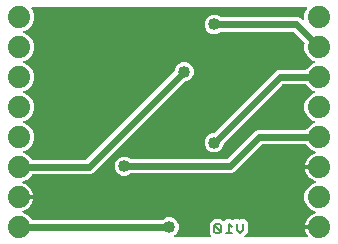
<source format=gbr>
G04 EAGLE Gerber RS-274X export*
G75*
%MOMM*%
%FSLAX34Y34*%
%LPD*%
%INBottom Copper*%
%IPPOS*%
%AMOC8*
5,1,8,0,0,1.08239X$1,22.5*%
G01*
%ADD10C,0.203200*%
%ADD11C,1.879600*%
%ADD12C,1.016000*%
%ADD13C,0.609600*%

G36*
X174537Y4069D02*
X174537Y4069D01*
X174566Y4066D01*
X174677Y4089D01*
X174790Y4105D01*
X174816Y4117D01*
X174845Y4122D01*
X174946Y4175D01*
X175049Y4221D01*
X175071Y4240D01*
X175097Y4253D01*
X175180Y4331D01*
X175266Y4404D01*
X175282Y4429D01*
X175304Y4449D01*
X175361Y4547D01*
X175424Y4641D01*
X175432Y4669D01*
X175447Y4694D01*
X175475Y4804D01*
X175509Y4912D01*
X175510Y4941D01*
X175517Y4970D01*
X175514Y5083D01*
X175517Y5196D01*
X175509Y5225D01*
X175508Y5254D01*
X175473Y5362D01*
X175445Y5471D01*
X175430Y5497D01*
X175421Y5525D01*
X175375Y5589D01*
X175300Y5716D01*
X175254Y5759D01*
X175226Y5798D01*
X175044Y5980D01*
X173986Y7038D01*
X173986Y15829D01*
X176664Y18507D01*
X177722Y19566D01*
X183801Y19566D01*
X185400Y17968D01*
X185446Y17932D01*
X185487Y17890D01*
X185559Y17847D01*
X185627Y17797D01*
X185681Y17776D01*
X185732Y17746D01*
X185814Y17725D01*
X185892Y17695D01*
X185951Y17691D01*
X186007Y17676D01*
X186092Y17679D01*
X186176Y17672D01*
X186233Y17683D01*
X186291Y17685D01*
X186372Y17711D01*
X186454Y17728D01*
X186506Y17755D01*
X186562Y17773D01*
X186618Y17813D01*
X186707Y17859D01*
X186779Y17927D01*
X186835Y17968D01*
X187221Y18354D01*
X188434Y19566D01*
X191801Y19566D01*
X192721Y18645D01*
X192768Y18610D01*
X192808Y18568D01*
X192881Y18525D01*
X192948Y18475D01*
X193003Y18454D01*
X193053Y18424D01*
X193135Y18403D01*
X193214Y18373D01*
X193272Y18368D01*
X193329Y18354D01*
X193413Y18357D01*
X193497Y18350D01*
X193554Y18361D01*
X193613Y18363D01*
X193693Y18389D01*
X193776Y18406D01*
X193828Y18433D01*
X193884Y18451D01*
X193940Y18491D01*
X194028Y18537D01*
X194101Y18605D01*
X194157Y18645D01*
X195077Y19566D01*
X198444Y19566D01*
X198754Y19256D01*
X198801Y19220D01*
X198841Y19178D01*
X198914Y19135D01*
X198982Y19085D01*
X199036Y19064D01*
X199087Y19034D01*
X199168Y19013D01*
X199247Y18983D01*
X199306Y18979D01*
X199362Y18964D01*
X199447Y18967D01*
X199531Y18960D01*
X199588Y18971D01*
X199646Y18973D01*
X199727Y18999D01*
X199809Y19016D01*
X199861Y19043D01*
X199917Y19061D01*
X199973Y19101D01*
X200062Y19147D01*
X200134Y19215D01*
X200190Y19256D01*
X200500Y19566D01*
X203868Y19566D01*
X206249Y17185D01*
X206249Y8394D01*
X203653Y5798D01*
X203635Y5774D01*
X203613Y5755D01*
X203550Y5661D01*
X203482Y5571D01*
X203471Y5543D01*
X203455Y5519D01*
X203421Y5411D01*
X203381Y5305D01*
X203378Y5276D01*
X203369Y5248D01*
X203366Y5134D01*
X203357Y5022D01*
X203363Y4993D01*
X203362Y4964D01*
X203391Y4854D01*
X203413Y4743D01*
X203426Y4717D01*
X203434Y4689D01*
X203492Y4591D01*
X203544Y4491D01*
X203564Y4469D01*
X203579Y4444D01*
X203662Y4367D01*
X203740Y4285D01*
X203765Y4270D01*
X203786Y4250D01*
X203887Y4198D01*
X203985Y4141D01*
X204013Y4134D01*
X204039Y4120D01*
X204117Y4107D01*
X204260Y4071D01*
X204323Y4073D01*
X204371Y4065D01*
X256224Y4065D01*
X256315Y4078D01*
X256407Y4081D01*
X256456Y4097D01*
X256506Y4105D01*
X256590Y4142D01*
X256677Y4171D01*
X256719Y4200D01*
X256765Y4221D01*
X256835Y4280D01*
X256911Y4332D01*
X256943Y4372D01*
X256982Y4404D01*
X257033Y4481D01*
X257092Y4552D01*
X257112Y4599D01*
X257140Y4641D01*
X257168Y4729D01*
X257204Y4813D01*
X257210Y4864D01*
X257226Y4912D01*
X257228Y5004D01*
X257239Y5095D01*
X257232Y5146D01*
X257233Y5196D01*
X257210Y5285D01*
X257195Y5376D01*
X257175Y5416D01*
X257161Y5471D01*
X257080Y5608D01*
X257046Y5677D01*
X256489Y6443D01*
X255636Y8117D01*
X255055Y9904D01*
X254934Y10669D01*
X265684Y10669D01*
X265742Y10677D01*
X265800Y10675D01*
X265882Y10697D01*
X265965Y10709D01*
X266019Y10733D01*
X266075Y10747D01*
X266148Y10790D01*
X266225Y10825D01*
X266269Y10863D01*
X266320Y10893D01*
X266377Y10954D01*
X266442Y11009D01*
X266474Y11057D01*
X266514Y11100D01*
X266553Y11175D01*
X266599Y11245D01*
X266617Y11301D01*
X266644Y11353D01*
X266655Y11421D01*
X266685Y11516D01*
X266688Y11616D01*
X266699Y11684D01*
X266699Y13716D01*
X266691Y13774D01*
X266692Y13832D01*
X266671Y13914D01*
X266659Y13997D01*
X266635Y14051D01*
X266621Y14107D01*
X266578Y14180D01*
X266543Y14257D01*
X266505Y14302D01*
X266475Y14352D01*
X266414Y14410D01*
X266359Y14474D01*
X266311Y14506D01*
X266268Y14546D01*
X266193Y14585D01*
X266123Y14631D01*
X266067Y14649D01*
X266015Y14676D01*
X265947Y14687D01*
X265852Y14717D01*
X265752Y14720D01*
X265684Y14731D01*
X254934Y14731D01*
X255055Y15496D01*
X255636Y17283D01*
X256489Y18957D01*
X257594Y20478D01*
X258922Y21806D01*
X260443Y22911D01*
X262117Y23764D01*
X263237Y24128D01*
X263299Y24158D01*
X263365Y24179D01*
X263426Y24220D01*
X263492Y24253D01*
X263543Y24299D01*
X263601Y24338D01*
X263648Y24394D01*
X263703Y24443D01*
X263739Y24502D01*
X263784Y24555D01*
X263814Y24622D01*
X263852Y24685D01*
X263871Y24752D01*
X263899Y24815D01*
X263909Y24888D01*
X263929Y24959D01*
X263929Y25028D01*
X263938Y25096D01*
X263928Y25169D01*
X263927Y25243D01*
X263907Y25310D01*
X263897Y25378D01*
X263867Y25445D01*
X263846Y25516D01*
X263809Y25574D01*
X263780Y25637D01*
X263733Y25693D01*
X263693Y25755D01*
X263641Y25801D01*
X263596Y25853D01*
X263543Y25886D01*
X263479Y25943D01*
X263375Y25992D01*
X263311Y26031D01*
X259649Y27548D01*
X256148Y31049D01*
X254253Y35624D01*
X254253Y40576D01*
X256148Y45151D01*
X259649Y48652D01*
X263311Y50169D01*
X263371Y50204D01*
X263435Y50230D01*
X263493Y50276D01*
X263556Y50313D01*
X263604Y50363D01*
X263658Y50406D01*
X263701Y50466D01*
X263751Y50520D01*
X263783Y50581D01*
X263823Y50638D01*
X263848Y50707D01*
X263882Y50773D01*
X263895Y50840D01*
X263918Y50906D01*
X263922Y50979D01*
X263937Y51052D01*
X263931Y51120D01*
X263935Y51189D01*
X263919Y51261D01*
X263912Y51335D01*
X263887Y51399D01*
X263872Y51467D01*
X263837Y51531D01*
X263810Y51600D01*
X263768Y51655D01*
X263735Y51716D01*
X263683Y51768D01*
X263639Y51827D01*
X263583Y51868D01*
X263534Y51917D01*
X263479Y51946D01*
X263411Y51997D01*
X263303Y52038D01*
X263237Y52072D01*
X262117Y52436D01*
X260443Y53289D01*
X258922Y54394D01*
X257594Y55722D01*
X256489Y57243D01*
X255636Y58917D01*
X255055Y60704D01*
X254934Y61469D01*
X265684Y61469D01*
X265742Y61477D01*
X265800Y61475D01*
X265882Y61497D01*
X265965Y61509D01*
X266019Y61533D01*
X266075Y61547D01*
X266148Y61590D01*
X266225Y61625D01*
X266269Y61663D01*
X266320Y61693D01*
X266377Y61754D01*
X266442Y61809D01*
X266474Y61857D01*
X266514Y61900D01*
X266553Y61975D01*
X266599Y62045D01*
X266617Y62101D01*
X266644Y62153D01*
X266655Y62221D01*
X266685Y62316D01*
X266688Y62416D01*
X266699Y62484D01*
X266699Y64516D01*
X266691Y64574D01*
X266692Y64632D01*
X266671Y64714D01*
X266659Y64797D01*
X266635Y64851D01*
X266621Y64907D01*
X266578Y64980D01*
X266543Y65057D01*
X266505Y65102D01*
X266475Y65152D01*
X266414Y65210D01*
X266359Y65274D01*
X266311Y65306D01*
X266268Y65346D01*
X266193Y65385D01*
X266123Y65431D01*
X266067Y65449D01*
X266015Y65476D01*
X265947Y65487D01*
X265852Y65517D01*
X265752Y65520D01*
X265684Y65531D01*
X254934Y65531D01*
X255055Y66296D01*
X255636Y68083D01*
X256489Y69757D01*
X257594Y71278D01*
X258922Y72606D01*
X260443Y73711D01*
X262117Y74564D01*
X263237Y74928D01*
X263299Y74958D01*
X263365Y74979D01*
X263426Y75020D01*
X263492Y75053D01*
X263543Y75099D01*
X263601Y75138D01*
X263648Y75194D01*
X263703Y75243D01*
X263739Y75302D01*
X263784Y75355D01*
X263814Y75423D01*
X263853Y75485D01*
X263871Y75552D01*
X263899Y75615D01*
X263909Y75688D01*
X263929Y75759D01*
X263929Y75828D01*
X263938Y75897D01*
X263928Y75970D01*
X263927Y76043D01*
X263907Y76109D01*
X263898Y76178D01*
X263867Y76245D01*
X263846Y76316D01*
X263809Y76374D01*
X263780Y76437D01*
X263733Y76493D01*
X263693Y76555D01*
X263641Y76601D01*
X263596Y76653D01*
X263543Y76686D01*
X263479Y76743D01*
X263375Y76792D01*
X263311Y76831D01*
X259649Y78348D01*
X256148Y81849D01*
X256013Y82177D01*
X256012Y82178D01*
X256011Y82179D01*
X255941Y82298D01*
X255868Y82421D01*
X255867Y82422D01*
X255866Y82424D01*
X255762Y82521D01*
X255661Y82617D01*
X255660Y82617D01*
X255659Y82618D01*
X255533Y82683D01*
X255409Y82747D01*
X255407Y82747D01*
X255406Y82748D01*
X255391Y82750D01*
X255130Y82802D01*
X255099Y82799D01*
X255075Y82803D01*
X218846Y82803D01*
X218759Y82791D01*
X218672Y82788D01*
X218619Y82771D01*
X218564Y82763D01*
X218485Y82728D01*
X218401Y82701D01*
X218362Y82673D01*
X218305Y82647D01*
X218192Y82551D01*
X218128Y82506D01*
X194754Y59131D01*
X192513Y58203D01*
X107420Y58203D01*
X107333Y58191D01*
X107246Y58188D01*
X107193Y58171D01*
X107138Y58163D01*
X107058Y58128D01*
X106975Y58101D01*
X106936Y58073D01*
X106879Y58047D01*
X106765Y57951D01*
X106702Y57906D01*
X106205Y57409D01*
X103217Y56171D01*
X99983Y56171D01*
X96995Y57409D01*
X94709Y59695D01*
X93471Y62683D01*
X93471Y65917D01*
X94709Y68905D01*
X96995Y71191D01*
X99983Y72429D01*
X103217Y72429D01*
X106205Y71191D01*
X106702Y70694D01*
X106771Y70642D01*
X106835Y70582D01*
X106885Y70556D01*
X106929Y70523D01*
X107011Y70492D01*
X107089Y70452D01*
X107136Y70444D01*
X107195Y70422D01*
X107342Y70410D01*
X107420Y70397D01*
X188354Y70397D01*
X188441Y70409D01*
X188528Y70412D01*
X188581Y70429D01*
X188636Y70437D01*
X188715Y70472D01*
X188799Y70499D01*
X188838Y70527D01*
X188895Y70553D01*
X189008Y70649D01*
X189072Y70694D01*
X212446Y94069D01*
X214687Y94997D01*
X255075Y94997D01*
X255076Y94997D01*
X255078Y94997D01*
X255218Y95017D01*
X255356Y95037D01*
X255358Y95037D01*
X255359Y95037D01*
X255485Y95094D01*
X255616Y95153D01*
X255617Y95154D01*
X255618Y95155D01*
X255725Y95246D01*
X255833Y95336D01*
X255834Y95338D01*
X255835Y95339D01*
X255843Y95352D01*
X255990Y95573D01*
X255999Y95602D01*
X256013Y95623D01*
X256148Y95951D01*
X259649Y99452D01*
X262571Y100662D01*
X262596Y100677D01*
X262624Y100686D01*
X262719Y100749D01*
X262816Y100807D01*
X262836Y100828D01*
X262861Y100844D01*
X262934Y100931D01*
X263011Y101013D01*
X263025Y101039D01*
X263044Y101062D01*
X263090Y101165D01*
X263141Y101266D01*
X263147Y101295D01*
X263159Y101322D01*
X263175Y101434D01*
X263196Y101545D01*
X263194Y101574D01*
X263198Y101603D01*
X263182Y101715D01*
X263172Y101828D01*
X263161Y101855D01*
X263157Y101885D01*
X263111Y101988D01*
X263070Y102093D01*
X263052Y102117D01*
X263040Y102144D01*
X262967Y102230D01*
X262898Y102320D01*
X262875Y102338D01*
X262856Y102360D01*
X262789Y102402D01*
X262671Y102490D01*
X262612Y102512D01*
X262571Y102538D01*
X259649Y103748D01*
X256148Y107249D01*
X254253Y111824D01*
X254253Y116776D01*
X256148Y121351D01*
X259649Y124852D01*
X262571Y126062D01*
X262596Y126077D01*
X262624Y126086D01*
X262719Y126149D01*
X262816Y126207D01*
X262836Y126228D01*
X262861Y126244D01*
X262934Y126331D01*
X263011Y126413D01*
X263025Y126439D01*
X263044Y126462D01*
X263090Y126565D01*
X263141Y126666D01*
X263147Y126695D01*
X263159Y126722D01*
X263175Y126834D01*
X263196Y126945D01*
X263194Y126974D01*
X263198Y127003D01*
X263182Y127115D01*
X263172Y127228D01*
X263161Y127255D01*
X263157Y127285D01*
X263111Y127388D01*
X263070Y127493D01*
X263052Y127517D01*
X263040Y127544D01*
X262967Y127630D01*
X262898Y127720D01*
X262875Y127738D01*
X262856Y127760D01*
X262789Y127802D01*
X262671Y127890D01*
X262612Y127912D01*
X262571Y127938D01*
X259649Y129148D01*
X256148Y132649D01*
X256013Y132977D01*
X256012Y132978D01*
X256011Y132979D01*
X255941Y133098D01*
X255868Y133221D01*
X255867Y133222D01*
X255866Y133224D01*
X255762Y133321D01*
X255661Y133417D01*
X255660Y133417D01*
X255659Y133418D01*
X255533Y133483D01*
X255409Y133547D01*
X255407Y133547D01*
X255406Y133548D01*
X255391Y133550D01*
X255130Y133602D01*
X255099Y133599D01*
X255075Y133603D01*
X236146Y133603D01*
X236059Y133591D01*
X235972Y133588D01*
X235919Y133571D01*
X235864Y133563D01*
X235785Y133528D01*
X235701Y133501D01*
X235662Y133473D01*
X235605Y133447D01*
X235492Y133351D01*
X235428Y133306D01*
X186226Y84104D01*
X186174Y84034D01*
X186114Y83970D01*
X186088Y83921D01*
X186055Y83877D01*
X186024Y83795D01*
X185984Y83717D01*
X185976Y83670D01*
X185954Y83611D01*
X185942Y83463D01*
X185929Y83386D01*
X185929Y82683D01*
X184691Y79695D01*
X182405Y77409D01*
X179417Y76171D01*
X176183Y76171D01*
X173195Y77409D01*
X170909Y79695D01*
X169671Y82683D01*
X169671Y85917D01*
X170909Y88905D01*
X173195Y91191D01*
X176183Y92429D01*
X176886Y92429D01*
X176973Y92441D01*
X177060Y92444D01*
X177113Y92461D01*
X177168Y92469D01*
X177247Y92504D01*
X177331Y92531D01*
X177370Y92559D01*
X177427Y92585D01*
X177540Y92681D01*
X177604Y92726D01*
X229746Y144869D01*
X231987Y145797D01*
X255075Y145797D01*
X255076Y145797D01*
X255078Y145797D01*
X255218Y145817D01*
X255356Y145837D01*
X255358Y145837D01*
X255359Y145837D01*
X255485Y145894D01*
X255616Y145953D01*
X255617Y145954D01*
X255618Y145955D01*
X255723Y146044D01*
X255833Y146136D01*
X255834Y146138D01*
X255835Y146139D01*
X255843Y146152D01*
X255990Y146373D01*
X255999Y146402D01*
X256013Y146423D01*
X256148Y146751D01*
X259649Y150252D01*
X262571Y151462D01*
X262596Y151477D01*
X262624Y151486D01*
X262719Y151549D01*
X262816Y151607D01*
X262836Y151628D01*
X262861Y151644D01*
X262934Y151731D01*
X263011Y151813D01*
X263025Y151839D01*
X263044Y151862D01*
X263090Y151965D01*
X263141Y152066D01*
X263147Y152095D01*
X263159Y152122D01*
X263175Y152234D01*
X263196Y152345D01*
X263194Y152374D01*
X263198Y152403D01*
X263182Y152515D01*
X263172Y152628D01*
X263161Y152655D01*
X263157Y152685D01*
X263111Y152788D01*
X263070Y152893D01*
X263052Y152917D01*
X263040Y152944D01*
X262967Y153030D01*
X262898Y153120D01*
X262875Y153138D01*
X262856Y153160D01*
X262789Y153202D01*
X262671Y153290D01*
X262612Y153312D01*
X262571Y153338D01*
X259649Y154548D01*
X256148Y158049D01*
X254253Y162624D01*
X254253Y167576D01*
X254389Y167903D01*
X254389Y167904D01*
X254390Y167906D01*
X254424Y168039D01*
X254460Y168178D01*
X254460Y168180D01*
X254460Y168181D01*
X254456Y168319D01*
X254452Y168462D01*
X254451Y168464D01*
X254451Y168465D01*
X254408Y168600D01*
X254365Y168733D01*
X254364Y168734D01*
X254364Y168736D01*
X254355Y168748D01*
X254207Y168969D01*
X254183Y168989D01*
X254169Y169009D01*
X245272Y177906D01*
X245202Y177958D01*
X245138Y178018D01*
X245089Y178044D01*
X245045Y178077D01*
X244963Y178108D01*
X244885Y178148D01*
X244838Y178156D01*
X244779Y178178D01*
X244631Y178190D01*
X244554Y178203D01*
X183620Y178203D01*
X183533Y178191D01*
X183446Y178188D01*
X183393Y178171D01*
X183338Y178163D01*
X183258Y178128D01*
X183175Y178101D01*
X183136Y178073D01*
X183079Y178047D01*
X182965Y177951D01*
X182902Y177906D01*
X182405Y177409D01*
X179417Y176171D01*
X176183Y176171D01*
X173195Y177409D01*
X170909Y179695D01*
X169671Y182683D01*
X169671Y185917D01*
X170909Y188905D01*
X173195Y191191D01*
X176183Y192429D01*
X179417Y192429D01*
X182405Y191191D01*
X182902Y190694D01*
X182971Y190642D01*
X183035Y190582D01*
X183085Y190556D01*
X183129Y190523D01*
X183211Y190492D01*
X183289Y190452D01*
X183336Y190444D01*
X183395Y190422D01*
X183542Y190410D01*
X183620Y190397D01*
X248713Y190397D01*
X250954Y189469D01*
X252520Y187902D01*
X252544Y187884D01*
X252563Y187862D01*
X252657Y187799D01*
X252747Y187731D01*
X252775Y187721D01*
X252799Y187704D01*
X252907Y187670D01*
X253013Y187630D01*
X253042Y187627D01*
X253070Y187619D01*
X253184Y187616D01*
X253296Y187606D01*
X253325Y187612D01*
X253354Y187611D01*
X253464Y187640D01*
X253575Y187662D01*
X253601Y187676D01*
X253629Y187683D01*
X253727Y187741D01*
X253827Y187793D01*
X253849Y187813D01*
X253874Y187828D01*
X253951Y187911D01*
X254033Y187989D01*
X254048Y188014D01*
X254068Y188036D01*
X254120Y188136D01*
X254177Y188234D01*
X254184Y188263D01*
X254198Y188289D01*
X254211Y188366D01*
X254247Y188510D01*
X254245Y188572D01*
X254253Y188620D01*
X254253Y192976D01*
X256223Y197731D01*
X256252Y197843D01*
X256286Y197952D01*
X256287Y197980D01*
X256294Y198007D01*
X256291Y198121D01*
X256294Y198236D01*
X256287Y198263D01*
X256286Y198291D01*
X256251Y198400D01*
X256222Y198511D01*
X256208Y198535D01*
X256199Y198562D01*
X256135Y198657D01*
X256077Y198756D01*
X256056Y198775D01*
X256041Y198798D01*
X255953Y198872D01*
X255869Y198950D01*
X255845Y198963D01*
X255823Y198981D01*
X255719Y199027D01*
X255616Y199080D01*
X255592Y199084D01*
X255564Y199096D01*
X255300Y199133D01*
X255285Y199135D01*
X24115Y199135D01*
X24001Y199119D01*
X23887Y199109D01*
X23861Y199099D01*
X23833Y199095D01*
X23728Y199048D01*
X23621Y199007D01*
X23599Y198991D01*
X23574Y198979D01*
X23486Y198905D01*
X23395Y198836D01*
X23378Y198813D01*
X23357Y198796D01*
X23293Y198700D01*
X23224Y198608D01*
X23215Y198582D01*
X23199Y198559D01*
X23165Y198449D01*
X23124Y198342D01*
X23122Y198314D01*
X23114Y198288D01*
X23111Y198173D01*
X23101Y198059D01*
X23107Y198034D01*
X23106Y198004D01*
X23173Y197747D01*
X23177Y197731D01*
X25147Y192976D01*
X25147Y188024D01*
X23252Y183449D01*
X19751Y179948D01*
X16829Y178738D01*
X16804Y178723D01*
X16776Y178714D01*
X16681Y178651D01*
X16584Y178593D01*
X16564Y178572D01*
X16539Y178556D01*
X16466Y178469D01*
X16389Y178387D01*
X16375Y178361D01*
X16356Y178338D01*
X16310Y178235D01*
X16259Y178134D01*
X16253Y178105D01*
X16241Y178078D01*
X16225Y177966D01*
X16204Y177855D01*
X16206Y177826D01*
X16202Y177797D01*
X16218Y177685D01*
X16228Y177572D01*
X16239Y177545D01*
X16243Y177516D01*
X16289Y177412D01*
X16330Y177307D01*
X16348Y177283D01*
X16360Y177256D01*
X16433Y177170D01*
X16502Y177080D01*
X16525Y177062D01*
X16544Y177040D01*
X16611Y176998D01*
X16729Y176910D01*
X16788Y176888D01*
X16829Y176862D01*
X19751Y175652D01*
X23252Y172151D01*
X25147Y167576D01*
X25147Y162624D01*
X23252Y158049D01*
X19751Y154548D01*
X16829Y153338D01*
X16804Y153323D01*
X16776Y153314D01*
X16681Y153251D01*
X16584Y153193D01*
X16564Y153172D01*
X16539Y153156D01*
X16466Y153069D01*
X16389Y152987D01*
X16375Y152961D01*
X16356Y152938D01*
X16310Y152835D01*
X16259Y152734D01*
X16253Y152705D01*
X16241Y152678D01*
X16225Y152566D01*
X16204Y152455D01*
X16206Y152426D01*
X16202Y152397D01*
X16218Y152285D01*
X16228Y152172D01*
X16239Y152145D01*
X16243Y152116D01*
X16289Y152012D01*
X16330Y151907D01*
X16348Y151883D01*
X16360Y151856D01*
X16433Y151770D01*
X16502Y151680D01*
X16525Y151662D01*
X16544Y151640D01*
X16611Y151598D01*
X16729Y151510D01*
X16788Y151488D01*
X16829Y151462D01*
X19751Y150252D01*
X23252Y146751D01*
X25147Y142176D01*
X25147Y137224D01*
X23252Y132649D01*
X19751Y129148D01*
X16829Y127938D01*
X16804Y127923D01*
X16776Y127914D01*
X16681Y127851D01*
X16584Y127793D01*
X16564Y127772D01*
X16539Y127756D01*
X16466Y127669D01*
X16389Y127587D01*
X16375Y127561D01*
X16356Y127538D01*
X16310Y127435D01*
X16259Y127334D01*
X16253Y127305D01*
X16241Y127278D01*
X16225Y127166D01*
X16204Y127055D01*
X16206Y127026D01*
X16202Y126997D01*
X16218Y126885D01*
X16228Y126772D01*
X16239Y126745D01*
X16243Y126716D01*
X16289Y126612D01*
X16330Y126507D01*
X16348Y126483D01*
X16360Y126456D01*
X16433Y126370D01*
X16502Y126280D01*
X16525Y126262D01*
X16544Y126240D01*
X16611Y126198D01*
X16729Y126110D01*
X16788Y126088D01*
X16829Y126062D01*
X19751Y124852D01*
X23252Y121351D01*
X25147Y116776D01*
X25147Y111824D01*
X23252Y107249D01*
X19751Y103748D01*
X16829Y102538D01*
X16804Y102523D01*
X16776Y102514D01*
X16681Y102451D01*
X16584Y102393D01*
X16564Y102372D01*
X16539Y102356D01*
X16466Y102269D01*
X16389Y102187D01*
X16375Y102161D01*
X16356Y102138D01*
X16310Y102035D01*
X16259Y101934D01*
X16253Y101905D01*
X16241Y101878D01*
X16225Y101766D01*
X16204Y101655D01*
X16206Y101626D01*
X16202Y101597D01*
X16218Y101485D01*
X16228Y101372D01*
X16239Y101345D01*
X16243Y101316D01*
X16289Y101212D01*
X16330Y101107D01*
X16348Y101083D01*
X16360Y101056D01*
X16433Y100970D01*
X16502Y100880D01*
X16525Y100862D01*
X16544Y100840D01*
X16611Y100798D01*
X16729Y100710D01*
X16788Y100688D01*
X16829Y100662D01*
X19751Y99452D01*
X23252Y95951D01*
X25147Y91376D01*
X25147Y86424D01*
X23252Y81849D01*
X19751Y78348D01*
X16829Y77138D01*
X16804Y77123D01*
X16776Y77114D01*
X16681Y77051D01*
X16584Y76993D01*
X16564Y76972D01*
X16539Y76956D01*
X16466Y76869D01*
X16389Y76787D01*
X16375Y76761D01*
X16356Y76738D01*
X16310Y76635D01*
X16259Y76534D01*
X16253Y76505D01*
X16241Y76478D01*
X16225Y76366D01*
X16204Y76255D01*
X16206Y76226D01*
X16202Y76197D01*
X16218Y76085D01*
X16228Y75972D01*
X16239Y75945D01*
X16243Y75916D01*
X16289Y75812D01*
X16330Y75707D01*
X16348Y75683D01*
X16360Y75656D01*
X16433Y75570D01*
X16502Y75480D01*
X16525Y75462D01*
X16544Y75440D01*
X16611Y75398D01*
X16729Y75310D01*
X16788Y75288D01*
X16829Y75262D01*
X19751Y74052D01*
X23252Y70551D01*
X23387Y70223D01*
X23388Y70222D01*
X23389Y70221D01*
X23462Y70097D01*
X23532Y69979D01*
X23533Y69978D01*
X23534Y69976D01*
X23638Y69879D01*
X23739Y69783D01*
X23740Y69783D01*
X23741Y69782D01*
X23869Y69716D01*
X23991Y69653D01*
X23993Y69653D01*
X23994Y69652D01*
X24009Y69650D01*
X24270Y69598D01*
X24301Y69601D01*
X24325Y69597D01*
X68654Y69597D01*
X68741Y69609D01*
X68828Y69612D01*
X68881Y69629D01*
X68936Y69637D01*
X69015Y69672D01*
X69099Y69699D01*
X69138Y69727D01*
X69195Y69753D01*
X69308Y69849D01*
X69372Y69894D01*
X143974Y144496D01*
X143982Y144507D01*
X143985Y144509D01*
X143991Y144519D01*
X144026Y144566D01*
X144086Y144630D01*
X144112Y144679D01*
X144145Y144723D01*
X144176Y144805D01*
X144216Y144883D01*
X144224Y144930D01*
X144246Y144989D01*
X144258Y145137D01*
X144271Y145214D01*
X144271Y145917D01*
X145509Y148905D01*
X147795Y151191D01*
X150783Y152429D01*
X154017Y152429D01*
X157005Y151191D01*
X159291Y148905D01*
X160529Y145917D01*
X160529Y142683D01*
X159291Y139695D01*
X157005Y137409D01*
X154017Y136171D01*
X153314Y136171D01*
X153227Y136159D01*
X153140Y136156D01*
X153087Y136139D01*
X153032Y136131D01*
X152953Y136096D01*
X152869Y136069D01*
X152830Y136041D01*
X152773Y136015D01*
X152660Y135919D01*
X152596Y135874D01*
X75054Y58331D01*
X72813Y57403D01*
X24325Y57403D01*
X24324Y57403D01*
X24322Y57403D01*
X24182Y57383D01*
X24044Y57363D01*
X24042Y57363D01*
X24041Y57363D01*
X23915Y57306D01*
X23784Y57247D01*
X23783Y57246D01*
X23782Y57245D01*
X23675Y57154D01*
X23567Y57064D01*
X23566Y57062D01*
X23565Y57061D01*
X23557Y57048D01*
X23410Y56827D01*
X23401Y56798D01*
X23387Y56777D01*
X23252Y56449D01*
X19751Y52948D01*
X16089Y51431D01*
X16029Y51396D01*
X15965Y51370D01*
X15907Y51324D01*
X15844Y51287D01*
X15796Y51237D01*
X15742Y51194D01*
X15699Y51134D01*
X15649Y51080D01*
X15617Y51019D01*
X15577Y50962D01*
X15552Y50893D01*
X15518Y50827D01*
X15505Y50760D01*
X15482Y50694D01*
X15478Y50621D01*
X15463Y50549D01*
X15469Y50480D01*
X15465Y50411D01*
X15481Y50339D01*
X15488Y50265D01*
X15513Y50201D01*
X15528Y50133D01*
X15563Y50069D01*
X15590Y50000D01*
X15632Y49945D01*
X15665Y49884D01*
X15717Y49832D01*
X15761Y49773D01*
X15817Y49732D01*
X15866Y49683D01*
X15921Y49654D01*
X15989Y49603D01*
X16097Y49562D01*
X16163Y49528D01*
X17283Y49164D01*
X18957Y48311D01*
X20478Y47206D01*
X21806Y45878D01*
X22911Y44357D01*
X23764Y42683D01*
X24345Y40896D01*
X24466Y40131D01*
X13716Y40131D01*
X13658Y40123D01*
X13600Y40125D01*
X13518Y40103D01*
X13435Y40091D01*
X13381Y40067D01*
X13325Y40053D01*
X13252Y40010D01*
X13175Y39975D01*
X13131Y39937D01*
X13080Y39907D01*
X13023Y39846D01*
X12958Y39791D01*
X12926Y39743D01*
X12886Y39700D01*
X12847Y39625D01*
X12801Y39555D01*
X12783Y39499D01*
X12756Y39447D01*
X12745Y39379D01*
X12715Y39284D01*
X12712Y39184D01*
X12701Y39116D01*
X12701Y37084D01*
X12709Y37026D01*
X12708Y36968D01*
X12729Y36886D01*
X12741Y36803D01*
X12765Y36749D01*
X12779Y36693D01*
X12822Y36620D01*
X12857Y36543D01*
X12895Y36498D01*
X12925Y36448D01*
X12986Y36390D01*
X13041Y36326D01*
X13089Y36294D01*
X13132Y36254D01*
X13207Y36215D01*
X13277Y36169D01*
X13333Y36151D01*
X13385Y36124D01*
X13453Y36113D01*
X13548Y36083D01*
X13648Y36080D01*
X13716Y36069D01*
X24466Y36069D01*
X24345Y35304D01*
X23764Y33517D01*
X22911Y31843D01*
X21806Y30322D01*
X20478Y28994D01*
X18957Y27889D01*
X17283Y27036D01*
X16163Y26672D01*
X16101Y26642D01*
X16035Y26621D01*
X15974Y26580D01*
X15908Y26547D01*
X15857Y26501D01*
X15799Y26462D01*
X15752Y26406D01*
X15697Y26357D01*
X15661Y26298D01*
X15616Y26245D01*
X15586Y26177D01*
X15548Y26115D01*
X15529Y26048D01*
X15501Y25985D01*
X15491Y25912D01*
X15471Y25841D01*
X15471Y25772D01*
X15462Y25703D01*
X15472Y25630D01*
X15473Y25557D01*
X15493Y25491D01*
X15503Y25422D01*
X15533Y25355D01*
X15554Y25284D01*
X15591Y25226D01*
X15620Y25163D01*
X15667Y25107D01*
X15707Y25045D01*
X15759Y24999D01*
X15804Y24947D01*
X15857Y24914D01*
X15921Y24857D01*
X16025Y24808D01*
X16089Y24769D01*
X19751Y23252D01*
X23252Y19751D01*
X23387Y19423D01*
X23388Y19422D01*
X23389Y19421D01*
X23462Y19297D01*
X23532Y19179D01*
X23533Y19178D01*
X23534Y19176D01*
X23638Y19079D01*
X23739Y18983D01*
X23740Y18983D01*
X23741Y18982D01*
X23867Y18917D01*
X23991Y18853D01*
X23993Y18853D01*
X23994Y18852D01*
X24009Y18850D01*
X24270Y18798D01*
X24301Y18801D01*
X24325Y18797D01*
X133880Y18797D01*
X133967Y18809D01*
X134054Y18812D01*
X134107Y18829D01*
X134162Y18837D01*
X134242Y18872D01*
X134325Y18899D01*
X134364Y18927D01*
X134421Y18953D01*
X134535Y19049D01*
X134598Y19094D01*
X135095Y19591D01*
X138083Y20829D01*
X141317Y20829D01*
X144305Y19591D01*
X146591Y17305D01*
X147829Y14317D01*
X147829Y11083D01*
X146591Y8095D01*
X144294Y5798D01*
X144276Y5774D01*
X144254Y5755D01*
X144191Y5661D01*
X144123Y5571D01*
X144112Y5543D01*
X144096Y5519D01*
X144062Y5411D01*
X144022Y5305D01*
X144019Y5276D01*
X144010Y5248D01*
X144007Y5134D01*
X143998Y5022D01*
X144004Y4993D01*
X144003Y4964D01*
X144032Y4854D01*
X144054Y4743D01*
X144067Y4717D01*
X144075Y4689D01*
X144133Y4591D01*
X144185Y4491D01*
X144205Y4469D01*
X144220Y4444D01*
X144303Y4367D01*
X144381Y4285D01*
X144406Y4270D01*
X144427Y4250D01*
X144528Y4198D01*
X144626Y4141D01*
X144654Y4134D01*
X144680Y4120D01*
X144758Y4107D01*
X144901Y4071D01*
X144964Y4073D01*
X145012Y4065D01*
X174508Y4065D01*
X174537Y4069D01*
G37*
D10*
X202184Y15501D02*
X202184Y10078D01*
X199472Y7366D01*
X196761Y10078D01*
X196761Y15501D01*
X192829Y12789D02*
X190117Y15501D01*
X190117Y7366D01*
X187406Y7366D02*
X192829Y7366D01*
X183474Y8722D02*
X183474Y14145D01*
X182118Y15501D01*
X179406Y15501D01*
X178050Y14145D01*
X178050Y8722D01*
X179406Y7366D01*
X182118Y7366D01*
X183474Y8722D01*
X178050Y14145D01*
D11*
X266700Y63500D03*
X266700Y38100D03*
X266700Y12700D03*
X12700Y12700D03*
X12700Y38100D03*
X12700Y190500D03*
X12700Y165100D03*
X12700Y139700D03*
X12700Y114300D03*
X12700Y88900D03*
X12700Y63500D03*
X266700Y190500D03*
X266700Y165100D03*
X266700Y139700D03*
X266700Y114300D03*
X266700Y88900D03*
D12*
X177800Y44450D03*
X101600Y44450D03*
X127000Y44450D03*
X152400Y44450D03*
X127000Y184150D03*
X152400Y184150D03*
X101600Y184150D03*
X101600Y111125D03*
X139700Y111125D03*
X177800Y111125D03*
X139700Y12700D03*
D13*
X12700Y12700D01*
D12*
X152400Y144300D03*
D13*
X71600Y63500D01*
X12700Y63500D01*
D12*
X177800Y184300D03*
D13*
X247500Y184300D02*
X266700Y165100D01*
X247500Y184300D02*
X177800Y184300D01*
D12*
X177800Y84300D03*
D13*
X233200Y139700D02*
X266700Y139700D01*
X233200Y139700D02*
X177800Y84300D01*
D12*
X101600Y64300D03*
D13*
X215900Y88900D02*
X266700Y88900D01*
X191300Y64300D02*
X101600Y64300D01*
X191300Y64300D02*
X215900Y88900D01*
M02*

</source>
